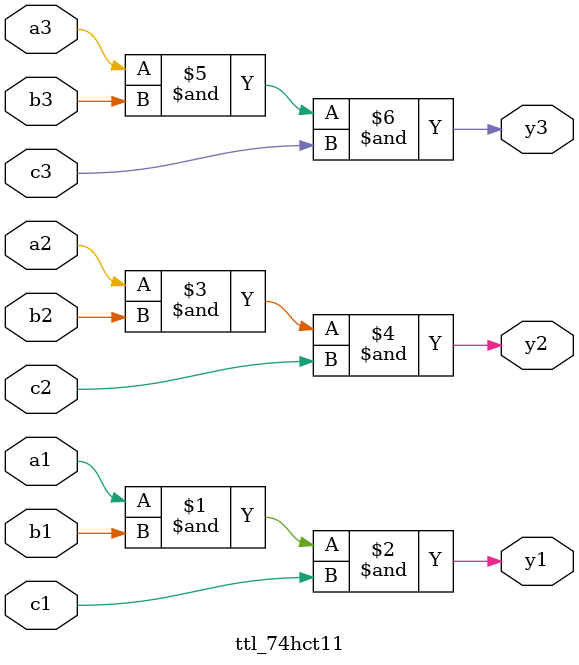
<source format=v>
module ttl_74hct11(
	input a1,
	input b1,
	input c1,
	output y1,
	input a2,
	input b2,
	input c2,
	output y2,
	input a3,
	input b3,
	input c3,
	output y3
);

assign #16 y1 = a1 & b1 & c1;
assign #16 y2 = a2 & b2 & c2;
assign #16 y3 = a3 & b3 & c3;

endmodule

</source>
